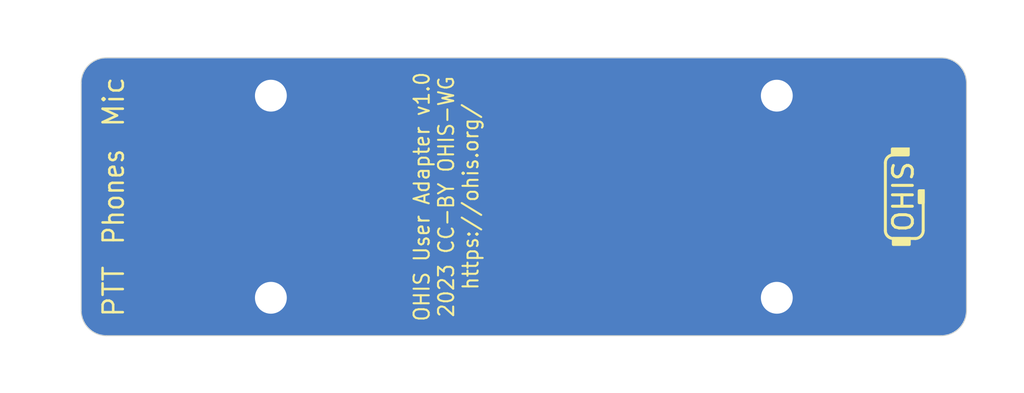
<source format=kicad_pcb>
(kicad_pcb (version 20221018) (generator pcbnew)
  (layers (0 "F.Cu" signal) (31 "B.Cu" signal) (34 "B.Paste" user) (35 "F.Paste" user) (36 "B.SilkS" user "B.Silkscreen") (37 "F.SilkS" user "F.Silkscreen") (38 "B.Mask" user) (39 "F.Mask" user) (44 "Edge.Cuts" user))
  (net 0 "")
  (net 1 "GND")
  (footprint "MountingHole:MountingHole_3.2mm_M3_Pad" (layer "F.Cu") (at 133.35 66.04)
    (fp_text reference "H3" hide)
    (fp_text value "MountingHole_Pad")
    (pad "1" thru_hole circle locked (at 0 0) (size 6.4 6.4) (drill 3.2) (layers "*.Cu" "*.Mask") (net 1 "GND"))
  )
  (footprint "Libraries:Logo_OHIS_Medium" (layer "F.Cu") (at 146.05 76.2 90)
    (fp_text reference "G1" hide)
    (fp_text value "Logo_OHIS" hide)
    (fp_text user "OHIS" (at 0 0 90 unlocked) (layer "F.SilkS") (effects (font (size 2 2) (thickness 0.3))))
    (fp_line (start -4.200001 1.2) (end -4.2 -1) (stroke (width 0.3)) (layer "F.SilkS"))
    (fp_line (start 0.6 2) (end -3.400001 2) (stroke (width 0.3)) (layer "F.SilkS"))
    (fp_line (start 3.4 -1.8) (end -3.4 -1.8) (stroke (width 0.3)) (layer "F.SilkS"))
    (fp_rect (start -4.2 0.6) (end -4.8 -1) (stroke (width 0.3)) (fill solid) (layer "F.SilkS"))
    (fp_rect (start 0.6 2) (end -0.6 1.6) (stroke (width 0.3)) (fill solid) (layer "F.SilkS"))
    (fp_rect (start 4.8 0.5) (end 4.2 -1.1) (stroke (width 0.3)) (fill solid) (layer "F.SilkS"))
    (fp_arc (start -4.2 -1) (mid -3.965685 -1.565685) (end -3.4 -1.8) (stroke (width 0.3)) (layer "F.SilkS"))
    (fp_arc (start -3.400001 2) (mid -3.965686 1.765685) (end -4.200001 1.2) (stroke (width 0.3)) (layer "F.SilkS"))
    (fp_arc (start 3.4 -1.8) (mid 3.965685 -1.565685) (end 4.2 -1) (stroke (width 0.3)) (layer "F.SilkS"))
  )
  (footprint "MountingHole:MountingHole_3.2mm_M3_Pad" (layer "F.Cu") (at 82.55 86.36)
    (fp_text reference "H2" hide)
    (fp_text value "MountingHole_Pad")
    (pad "1" thru_hole circle locked (at 0 0) (size 6.4 6.4) (drill 3.2) (layers "*.Cu" "*.Mask") (net 1 "GND"))
  )
  (footprint "MountingHole:MountingHole_3.2mm_M3_Pad" (layer "F.Cu") (at 82.55 66.04)
    (fp_text reference "H1" hide)
    (fp_text value "MountingHole_Pad")
    (pad "1" thru_hole circle locked (at 0 0) (size 6.4 6.4) (drill 3.2) (layers "*.Cu" "*.Mask") (net 1 "GND"))
  )
  (footprint "MountingHole:MountingHole_3.2mm_M3_Pad" (layer "F.Cu") (at 133.35 86.36)
    (fp_text reference "H4" hide)
    (fp_text value "MountingHole_Pad")
    (pad "1" thru_hole circle locked (at 0 0) (size 6.4 6.4) (drill 3.2) (layers "*.Cu" "*.Mask") (net 1 "GND"))
  )
  (gr_line locked (start 66.04 90.17) (end 149.86 90.17) (stroke (width 0.1)) (layer "Edge.Cuts"))
  (gr_line locked (start 152.4 87.63) (end 152.4 64.77) (stroke (width 0.1)) (layer "Edge.Cuts"))
  (gr_line locked (start 149.86 62.23) (end 66.04 62.23) (stroke (width 0.1)) (layer "Edge.Cuts"))
  (gr_line locked (start 63.5 64.77) (end 63.5 87.63) (stroke (width 0.1)) (layer "Edge.Cuts"))
  (gr_arc locked (start 152.4 87.63) (mid 151.656051 89.426051) (end 149.86 90.17) (stroke (width 0.1)) (layer "Edge.Cuts"))
  (gr_arc locked (start 63.5 64.77) (mid 64.243949 62.973949) (end 66.04 62.23) (stroke (width 0.1)) (layer "Edge.Cuts"))
  (gr_arc locked (start 66.04 90.17) (mid 64.243949 89.426051) (end 63.5 87.63) (stroke (width 0.1)) (layer "Edge.Cuts"))
  (gr_arc locked (start 149.86 62.23) (mid 151.656051 62.973949) (end 152.4 64.77) (stroke (width 0.1)) (layer "Edge.Cuts"))
  (gr_text "Mic" (at 67.945 66.675 90) (layer "F.SilkS") (effects (font (size 2.032 2.032) (thickness 0.254)) (justify bottom)))
  (gr_text "OHIS User Adapter v1.0\n2023 CC-BY OHIS-WG\nhttps://ohis.org/" (at 103.505 76.2 90) (layer "F.SilkS") (effects (font (size 1.524 1.397) (thickness 0.2032)) (justify bottom)))
  (gr_text "Phones" (at 67.945 76.2 90) (layer "F.SilkS") (effects (font (size 2.032 1.778) (thickness 0.254)) (justify bottom)))
  (gr_text "PTT" (at 67.945 85.725 90) (layer "F.SilkS") (effects (font (size 2.032 2.032) (thickness 0.254)) (justify bottom)))
  (zone (net 1) (net_name "GND") (layers "F&B.Cu") (connect_pads yes (clearance 0.5)) (min_thickness 0.25) (fill yes (thermal_gap 0.5) (thermal_bridge_width 0.5))
    (polygon (pts (xy 62.865 61.595) (xy 153.035 61.595) (xy 153.035 90.805) (xy 62.865 90.805)))
  )
)
</source>
